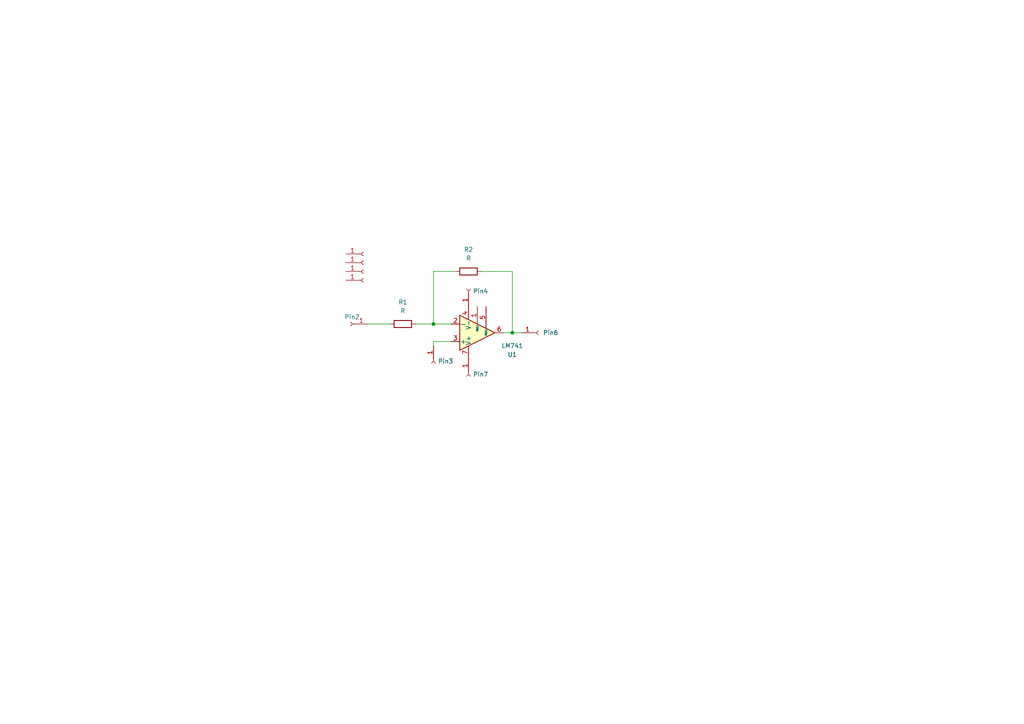
<source format=kicad_sch>
(kicad_sch (version 20231120) (generator "eeschema") (generator_version "8.0")
  (paper "A4")
  (lib_symbols
    (symbol "Amplifier_Operational:LM741" (pin_names (offset 0.127))
      (property "Reference" "U" (at 0 6.35 0))
      (property "Value" "LM741" (at 0 3.81 0))
      (symbol "LM741_0_1"
        (polyline (pts (xy -5.08 5.08) (xy 5.08 0) (xy -5.08 -5.08) (xy -5.08 5.08)) (stroke (width 0.254)) (fill (type background)))
      )
      (symbol "LM741_1_1"
        (pin input line (at 0 -7.62 90) (length 5.08) (name "NULL") (number "1"))
        (pin input line (at -7.62 -2.54 0) (length 2.54) (name "-") (number "2"))
        (pin input line (at -7.62 2.54 0) (length 2.54) (name "+") (number "3"))
        (pin power_in line (at -2.54 -7.62 90) (length 3.81) (name "V-") (number "4"))
        (pin input line (at 2.54 -7.62 90) (length 6.35) (name "NULL") (number "5"))
        (pin output line (at 7.62 0 180) (length 2.54) (name "~") (number "6"))
        (pin power_in line (at -2.54 7.62 270) (length 3.81) (name "V+") (number "7"))
        (pin no_connect line (at 0 2.54 270) (length 2.54) hide (name "NC") (number "8"))
      )
    )
    (symbol "Connector:Conn_01x01_Socket" (pin_names (offset 1.016) hide)
      (property "Reference" "J" (at 0 2.54 0))
      (property "Value" "Conn_01x01_Socket" (at 0 -2.54 0))
      (symbol "Conn_01x01_Socket_1_1"
        (polyline (pts (xy -1.27 0) (xy -0.508 0)) (stroke (width 0.1524)))
        (arc (start 0 0.508) (mid -0.5058 0) (end 0 -0.508) (stroke (width 0.1524)))
        (pin passive line (at -5.08 0 0) (length 3.81) (name "Pin_1") (number "1"))
      )
    )
    (symbol "Device:R" (pin_numbers hide) (pin_names (offset 0))
      (property "Reference" "R" (at 2.032 0 90))
      (property "Value" "R" (at 0 0 90))
      (symbol "R_0_1"
        (rectangle (start -1.016 -2.54) (end 1.016 2.54) (stroke (width 0.254)))
      )
      (symbol "R_1_1"
        (pin passive line (at 0 3.81 270) (length 1.27) (name "~") (number "1"))
        (pin passive line (at 0 -3.81 90) (length 1.27) (name "~") (number "2"))
      )
    )
  )
  (junction (at 148.59 96.52))
  (junction (at 125.73 93.98))
  (wire (pts (xy 125.73 99.06) (xy 130.81 99.06)))
  (wire (pts (xy 139.7 78.74) (xy 148.59 78.74)))
  (wire (pts (xy 132.08 78.74) (xy 125.73 78.74)))
  (wire (pts (xy 125.73 93.98) (xy 130.81 93.98)))
  (wire (pts (xy 106.68 93.98) (xy 113.03 93.98)))
  (wire (pts (xy 125.73 100.33) (xy 125.73 99.06)))
  (wire (pts (xy 151.13 96.52) (xy 148.59 96.52)))
  (wire (pts (xy 125.73 78.74) (xy 125.73 93.98)))
  (wire (pts (xy 120.65 93.98) (xy 125.73 93.98)))
  (wire (pts (xy 148.59 78.74) (xy 148.59 96.52)))
  (wire (pts (xy 148.59 96.52) (xy 146.05 96.52)))
  (symbol (lib_id "Connector:Conn_01x01_Socket") (at 125.73 105.41 270) (unit 1)
    (property "Reference" "Pin3" (at 127 104.7749 90) (effects (justify left)))
    (property "Value" "Conn_01x01_Socket" (effects (hide yes)))
    (property "Footprint" "MountingHole:MountingHole_4.3mm_M4_Pad" (effects (hide yes)))
    (property "Description" "Generic connector, single row, 01x01, script generated" (effects (hide yes)))
  )
  (symbol (lib_id "Connector:Conn_01x01_Socket") (at 105.41 76.2 0) (unit 1)
    (property "Reference" "J2" (effects (hide yes)))
    (property "Value" "Conn_01x01_Socket" (effects (hide yes)))
    (property "Footprint" "MountingHole:MountingHole_4.3mm_M4_Pad_Via" (effects (hide yes)))
    (property "Description" "Generic connector, single row, 01x01, script generated" (effects (hide yes)))
  )
  (symbol (lib_id "Connector:Conn_01x01_Socket") (at 105.41 73.66 0) (unit 1)
    (property "Reference" "J1" (effects (hide yes)))
    (property "Value" "Conn_01x01_Socket" (effects (hide yes)))
    (property "Footprint" "MountingHole:MountingHole_4.3mm_M4_Pad_Via" (effects (hide yes)))
    (property "Description" "Generic connector, single row, 01x01, script generated" (effects (hide yes)))
  )
  (symbol (lib_id "Connector:Conn_01x01_Socket") (at 105.41 78.74 0) (unit 1)
    (property "Reference" "J3" (effects (hide yes)))
    (property "Value" "Conn_01x01_Socket" (effects (hide yes)))
    (property "Footprint" "MountingHole:MountingHole_4.3mm_M4_Pad_Via" (effects (hide yes)))
    (property "Description" "Generic connector, single row, 01x01, script generated" (effects (hide yes)))
  )
  (symbol (lib_id "Device:R") (at 116.84 93.98 90) (unit 1)
    (property "Reference" "R1" (at 116.84 87.63 90))
    (property "Value" "R" (at 116.84 90.17 90))
    (property "Footprint" "Resistor_THT:R_Axial_DIN0207_L6.3mm_D2.5mm_P15.24mm_Horizontal" (effects (hide yes)))
    (property "Description" "Resistor" (effects (hide yes)))
  )
  (symbol (lib_id "Connector:Conn_01x01_Socket") (at 135.89 109.22 270) (unit 1)
    (property "Reference" "Pin7" (at 137.16 108.5849 90) (effects (justify left)))
    (property "Value" "Conn_01x01_Socket" (effects (hide yes)))
    (property "Footprint" "MountingHole:MountingHole_4.3mm_M4_Pad" (effects (hide yes)))
    (property "Description" "Generic connector, single row, 01x01, script generated" (effects (hide yes)))
  )
  (symbol (lib_id "Connector:Conn_01x01_Socket") (at 105.41 81.28 0) (unit 1)
    (property "Reference" "J4" (effects (hide yes)))
    (property "Value" "Conn_01x01_Socket" (effects (hide yes)))
    (property "Footprint" "MountingHole:MountingHole_4.3mm_M4_Pad_Via" (effects (hide yes)))
    (property "Description" "Generic connector, single row, 01x01, script generated" (effects (hide yes)))
  )
  (symbol (lib_id "Connector:Conn_01x01_Socket") (at 156.21 96.52 0) (unit 1)
    (property "Reference" "Pin6" (at 157.48 96.5199 0) (effects (justify left)))
    (property "Value" "Conn_01x01_Socket" (effects (hide yes)))
    (property "Footprint" "MountingHole:MountingHole_4.3mm_M4_Pad" (effects (hide yes)))
    (property "Description" "Generic connector, single row, 01x01, script generated" (effects (hide yes)))
  )
  (symbol (lib_id "Connector:Conn_01x01_Socket") (at 135.89 83.82 90) (unit 1)
    (property "Reference" "Pin4" (at 137.16 84.4549 90) (effects (justify right)))
    (property "Value" "Conn_01x01_Socket" (effects (hide yes)))
    (property "Footprint" "MountingHole:MountingHole_3.5mm_Pad" (effects (hide yes)))
    (property "Description" "Generic connector, single row, 01x01, script generated" (effects (hide yes)))
  )
  (symbol (lib_id "Connector:Conn_01x01_Socket") (at 101.6 93.98 180) (unit 1)
    (property "Reference" "Pin2" (at 102.108 91.948 0))
    (property "Value" "Conn_01x01_Socket" (effects (hide yes)))
    (property "Footprint" "MountingHole:MountingHole_4.3mm_M4_Pad" (effects (hide yes)))
    (property "Description" "Generic connector, single row, 01x01, script generated" (effects (hide yes)))
  )
  (symbol (lib_id "Amplifier_Operational:LM741") (at 138.43 96.52 0) (mirror x) (unit 1)
    (property "Reference" "U1" (at 148.59 102.8386 0))
    (property "Value" "LM741" (at 148.59 100.2986 0))
    (property "Footprint" "cape:DIP-8_W7.62mm_LongPads-cape" (effects (hide yes)))
    (property "Datasheet" "http://www.ti.com/lit/ds/symlink/lm741.pdf" (effects (hide yes)))
    (property "Description" "Operational Amplifier, DIP-8/TO-99-8" (effects (hide yes)))
  )
  (symbol (lib_id "Device:R") (at 135.89 78.74 90) (unit 1)
    (property "Reference" "R2" (at 135.89 72.39 90))
    (property "Value" "R" (at 135.89 74.93 90))
    (property "Footprint" "Resistor_THT:R_Axial_DIN0207_L6.3mm_D2.5mm_P15.24mm_Horizontal" (effects (hide yes)))
    (property "Description" "Resistor" (effects (hide yes)))
  )
)
</source>
